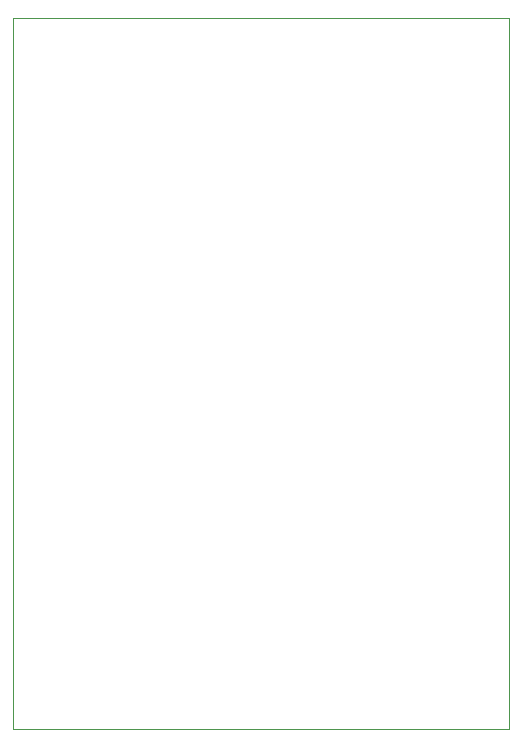
<source format=gm1>
G04 #@! TF.GenerationSoftware,KiCad,Pcbnew,9.0.0*
G04 #@! TF.CreationDate,2025-03-14T10:33:54+00:00*
G04 #@! TF.ProjectId,paxtogeddon-pcb,70617874-6f67-4656-9464-6f6e2d706362,rev?*
G04 #@! TF.SameCoordinates,Original*
G04 #@! TF.FileFunction,Profile,NP*
%FSLAX46Y46*%
G04 Gerber Fmt 4.6, Leading zero omitted, Abs format (unit mm)*
G04 Created by KiCad (PCBNEW 9.0.0) date 2025-03-14 10:33:54*
%MOMM*%
%LPD*%
G01*
G04 APERTURE LIST*
G04 #@! TA.AperFunction,Profile*
%ADD10C,0.050000*%
G04 #@! TD*
G04 APERTURE END LIST*
D10*
X32400000Y-21000000D02*
X74400000Y-21000000D01*
X74400000Y-81200000D01*
X32400000Y-81200000D01*
X32400000Y-21000000D01*
M02*

</source>
